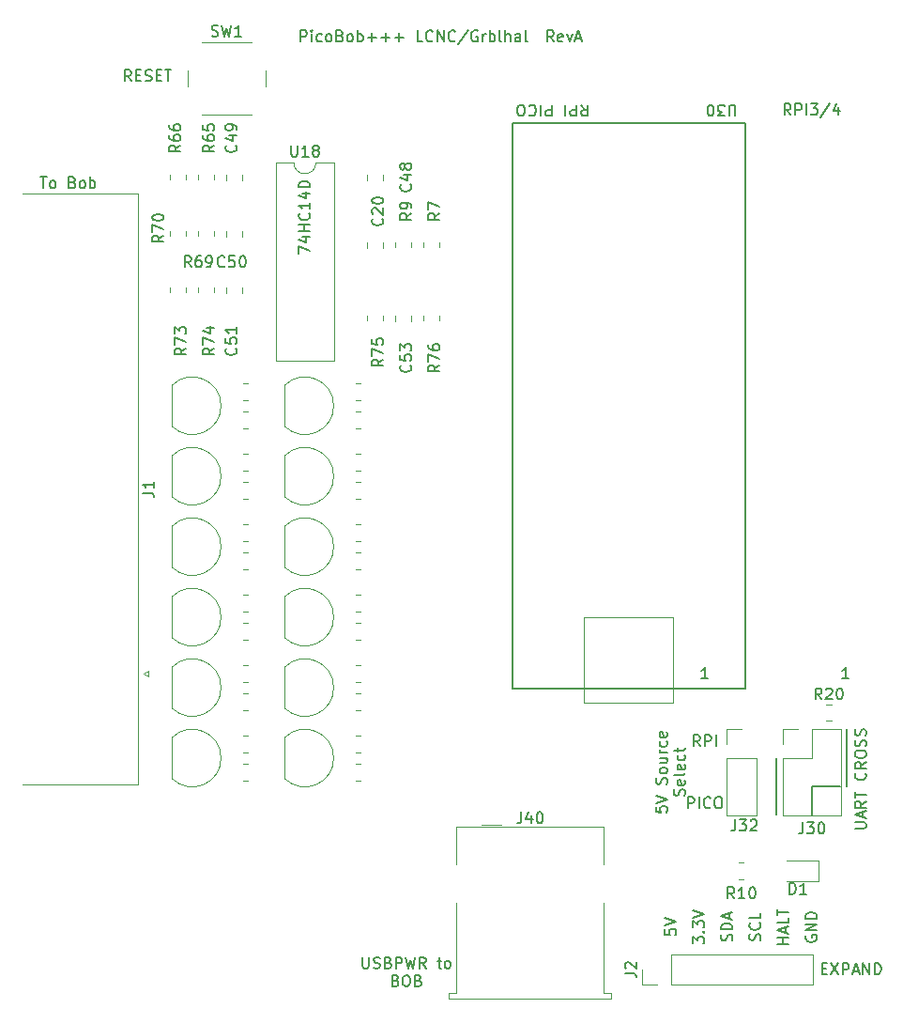
<source format=gbr>
%TF.GenerationSoftware,KiCad,Pcbnew,(6.0.7)*%
%TF.CreationDate,2022-10-09T19:07:04-07:00*%
%TF.ProjectId,PicoBOB,5069636f-424f-4422-9e6b-696361645f70,rev?*%
%TF.SameCoordinates,Original*%
%TF.FileFunction,Legend,Top*%
%TF.FilePolarity,Positive*%
%FSLAX46Y46*%
G04 Gerber Fmt 4.6, Leading zero omitted, Abs format (unit mm)*
G04 Created by KiCad (PCBNEW (6.0.7)) date 2022-10-09 19:07:04*
%MOMM*%
%LPD*%
G01*
G04 APERTURE LIST*
%ADD10C,0.150000*%
%ADD11C,0.120000*%
%ADD12C,0.200000*%
G04 APERTURE END LIST*
D10*
X128357380Y-171457380D02*
X129166904Y-171457380D01*
X129262142Y-171409761D01*
X129309761Y-171362142D01*
X129357380Y-171266904D01*
X129357380Y-171076428D01*
X129309761Y-170981190D01*
X129262142Y-170933571D01*
X129166904Y-170885952D01*
X128357380Y-170885952D01*
X129071666Y-170457380D02*
X129071666Y-169981190D01*
X129357380Y-170552619D02*
X128357380Y-170219285D01*
X129357380Y-169885952D01*
X129357380Y-168981190D02*
X128881190Y-169314523D01*
X129357380Y-169552619D02*
X128357380Y-169552619D01*
X128357380Y-169171666D01*
X128405000Y-169076428D01*
X128452619Y-169028809D01*
X128547857Y-168981190D01*
X128690714Y-168981190D01*
X128785952Y-169028809D01*
X128833571Y-169076428D01*
X128881190Y-169171666D01*
X128881190Y-169552619D01*
X128357380Y-168695476D02*
X128357380Y-168124047D01*
X129357380Y-168409761D02*
X128357380Y-168409761D01*
X129262142Y-166457380D02*
X129309761Y-166505000D01*
X129357380Y-166647857D01*
X129357380Y-166743095D01*
X129309761Y-166885952D01*
X129214523Y-166981190D01*
X129119285Y-167028809D01*
X128928809Y-167076428D01*
X128785952Y-167076428D01*
X128595476Y-167028809D01*
X128500238Y-166981190D01*
X128405000Y-166885952D01*
X128357380Y-166743095D01*
X128357380Y-166647857D01*
X128405000Y-166505000D01*
X128452619Y-166457380D01*
X129357380Y-165457380D02*
X128881190Y-165790714D01*
X129357380Y-166028809D02*
X128357380Y-166028809D01*
X128357380Y-165647857D01*
X128405000Y-165552619D01*
X128452619Y-165505000D01*
X128547857Y-165457380D01*
X128690714Y-165457380D01*
X128785952Y-165505000D01*
X128833571Y-165552619D01*
X128881190Y-165647857D01*
X128881190Y-166028809D01*
X128357380Y-164838333D02*
X128357380Y-164647857D01*
X128405000Y-164552619D01*
X128500238Y-164457380D01*
X128690714Y-164409761D01*
X129024047Y-164409761D01*
X129214523Y-164457380D01*
X129309761Y-164552619D01*
X129357380Y-164647857D01*
X129357380Y-164838333D01*
X129309761Y-164933571D01*
X129214523Y-165028809D01*
X129024047Y-165076428D01*
X128690714Y-165076428D01*
X128500238Y-165028809D01*
X128405000Y-164933571D01*
X128357380Y-164838333D01*
X129309761Y-164028809D02*
X129357380Y-163885952D01*
X129357380Y-163647857D01*
X129309761Y-163552619D01*
X129262142Y-163505000D01*
X129166904Y-163457380D01*
X129071666Y-163457380D01*
X128976428Y-163505000D01*
X128928809Y-163552619D01*
X128881190Y-163647857D01*
X128833571Y-163838333D01*
X128785952Y-163933571D01*
X128738333Y-163981190D01*
X128643095Y-164028809D01*
X128547857Y-164028809D01*
X128452619Y-163981190D01*
X128405000Y-163933571D01*
X128357380Y-163838333D01*
X128357380Y-163600238D01*
X128405000Y-163457380D01*
X129309761Y-163076428D02*
X129357380Y-162933571D01*
X129357380Y-162695476D01*
X129309761Y-162600238D01*
X129262142Y-162552619D01*
X129166904Y-162505000D01*
X129071666Y-162505000D01*
X128976428Y-162552619D01*
X128928809Y-162600238D01*
X128881190Y-162695476D01*
X128833571Y-162885952D01*
X128785952Y-162981190D01*
X128738333Y-163028809D01*
X128643095Y-163076428D01*
X128547857Y-163076428D01*
X128452619Y-163028809D01*
X128405000Y-162981190D01*
X128357380Y-162885952D01*
X128357380Y-162647857D01*
X128405000Y-162505000D01*
X127635000Y-162500000D02*
X127635000Y-167640000D01*
X124460000Y-167640000D02*
X127000000Y-167640000D01*
X121255000Y-165100000D02*
X121257878Y-170224803D01*
X124460000Y-167640000D02*
X124460000Y-170240000D01*
X101179428Y-100528380D02*
X100846095Y-100052190D01*
X100608000Y-100528380D02*
X100608000Y-99528380D01*
X100988952Y-99528380D01*
X101084190Y-99576000D01*
X101131809Y-99623619D01*
X101179428Y-99718857D01*
X101179428Y-99861714D01*
X101131809Y-99956952D01*
X101084190Y-100004571D01*
X100988952Y-100052190D01*
X100608000Y-100052190D01*
X101988952Y-100480761D02*
X101893714Y-100528380D01*
X101703238Y-100528380D01*
X101608000Y-100480761D01*
X101560380Y-100385523D01*
X101560380Y-100004571D01*
X101608000Y-99909333D01*
X101703238Y-99861714D01*
X101893714Y-99861714D01*
X101988952Y-99909333D01*
X102036571Y-100004571D01*
X102036571Y-100099809D01*
X101560380Y-100195047D01*
X102369904Y-99861714D02*
X102608000Y-100528380D01*
X102846095Y-99861714D01*
X103179428Y-100242666D02*
X103655619Y-100242666D01*
X103084190Y-100528380D02*
X103417523Y-99528380D01*
X103750857Y-100528380D01*
X78352380Y-100528380D02*
X78352380Y-99528380D01*
X78733333Y-99528380D01*
X78828571Y-99576000D01*
X78876190Y-99623619D01*
X78923809Y-99718857D01*
X78923809Y-99861714D01*
X78876190Y-99956952D01*
X78828571Y-100004571D01*
X78733333Y-100052190D01*
X78352380Y-100052190D01*
X79352380Y-100528380D02*
X79352380Y-99861714D01*
X79352380Y-99528380D02*
X79304761Y-99576000D01*
X79352380Y-99623619D01*
X79400000Y-99576000D01*
X79352380Y-99528380D01*
X79352380Y-99623619D01*
X80257142Y-100480761D02*
X80161904Y-100528380D01*
X79971428Y-100528380D01*
X79876190Y-100480761D01*
X79828571Y-100433142D01*
X79780952Y-100337904D01*
X79780952Y-100052190D01*
X79828571Y-99956952D01*
X79876190Y-99909333D01*
X79971428Y-99861714D01*
X80161904Y-99861714D01*
X80257142Y-99909333D01*
X80828571Y-100528380D02*
X80733333Y-100480761D01*
X80685714Y-100433142D01*
X80638095Y-100337904D01*
X80638095Y-100052190D01*
X80685714Y-99956952D01*
X80733333Y-99909333D01*
X80828571Y-99861714D01*
X80971428Y-99861714D01*
X81066666Y-99909333D01*
X81114285Y-99956952D01*
X81161904Y-100052190D01*
X81161904Y-100337904D01*
X81114285Y-100433142D01*
X81066666Y-100480761D01*
X80971428Y-100528380D01*
X80828571Y-100528380D01*
X81923809Y-100004571D02*
X82066666Y-100052190D01*
X82114285Y-100099809D01*
X82161904Y-100195047D01*
X82161904Y-100337904D01*
X82114285Y-100433142D01*
X82066666Y-100480761D01*
X81971428Y-100528380D01*
X81590476Y-100528380D01*
X81590476Y-99528380D01*
X81923809Y-99528380D01*
X82019047Y-99576000D01*
X82066666Y-99623619D01*
X82114285Y-99718857D01*
X82114285Y-99814095D01*
X82066666Y-99909333D01*
X82019047Y-99956952D01*
X81923809Y-100004571D01*
X81590476Y-100004571D01*
X82733333Y-100528380D02*
X82638095Y-100480761D01*
X82590476Y-100433142D01*
X82542857Y-100337904D01*
X82542857Y-100052190D01*
X82590476Y-99956952D01*
X82638095Y-99909333D01*
X82733333Y-99861714D01*
X82876190Y-99861714D01*
X82971428Y-99909333D01*
X83019047Y-99956952D01*
X83066666Y-100052190D01*
X83066666Y-100337904D01*
X83019047Y-100433142D01*
X82971428Y-100480761D01*
X82876190Y-100528380D01*
X82733333Y-100528380D01*
X83495238Y-100528380D02*
X83495238Y-99528380D01*
X83495238Y-99909333D02*
X83590476Y-99861714D01*
X83780952Y-99861714D01*
X83876190Y-99909333D01*
X83923809Y-99956952D01*
X83971428Y-100052190D01*
X83971428Y-100337904D01*
X83923809Y-100433142D01*
X83876190Y-100480761D01*
X83780952Y-100528380D01*
X83590476Y-100528380D01*
X83495238Y-100480761D01*
X84400000Y-100147428D02*
X85161904Y-100147428D01*
X84780952Y-100528380D02*
X84780952Y-99766476D01*
X85638095Y-100147428D02*
X86400000Y-100147428D01*
X86019047Y-100528380D02*
X86019047Y-99766476D01*
X86876190Y-100147428D02*
X87638095Y-100147428D01*
X87257142Y-100528380D02*
X87257142Y-99766476D01*
X89352380Y-100528380D02*
X88876190Y-100528380D01*
X88876190Y-99528380D01*
X90257142Y-100433142D02*
X90209523Y-100480761D01*
X90066666Y-100528380D01*
X89971428Y-100528380D01*
X89828571Y-100480761D01*
X89733333Y-100385523D01*
X89685714Y-100290285D01*
X89638095Y-100099809D01*
X89638095Y-99956952D01*
X89685714Y-99766476D01*
X89733333Y-99671238D01*
X89828571Y-99576000D01*
X89971428Y-99528380D01*
X90066666Y-99528380D01*
X90209523Y-99576000D01*
X90257142Y-99623619D01*
X90685714Y-100528380D02*
X90685714Y-99528380D01*
X91257142Y-100528380D01*
X91257142Y-99528380D01*
X92304761Y-100433142D02*
X92257142Y-100480761D01*
X92114285Y-100528380D01*
X92019047Y-100528380D01*
X91876190Y-100480761D01*
X91780952Y-100385523D01*
X91733333Y-100290285D01*
X91685714Y-100099809D01*
X91685714Y-99956952D01*
X91733333Y-99766476D01*
X91780952Y-99671238D01*
X91876190Y-99576000D01*
X92019047Y-99528380D01*
X92114285Y-99528380D01*
X92257142Y-99576000D01*
X92304761Y-99623619D01*
X93447619Y-99480761D02*
X92590476Y-100766476D01*
X94304761Y-99576000D02*
X94209523Y-99528380D01*
X94066666Y-99528380D01*
X93923809Y-99576000D01*
X93828571Y-99671238D01*
X93780952Y-99766476D01*
X93733333Y-99956952D01*
X93733333Y-100099809D01*
X93780952Y-100290285D01*
X93828571Y-100385523D01*
X93923809Y-100480761D01*
X94066666Y-100528380D01*
X94161904Y-100528380D01*
X94304761Y-100480761D01*
X94352380Y-100433142D01*
X94352380Y-100099809D01*
X94161904Y-100099809D01*
X94780952Y-100528380D02*
X94780952Y-99861714D01*
X94780952Y-100052190D02*
X94828571Y-99956952D01*
X94876190Y-99909333D01*
X94971428Y-99861714D01*
X95066666Y-99861714D01*
X95400000Y-100528380D02*
X95400000Y-99528380D01*
X95400000Y-99909333D02*
X95495238Y-99861714D01*
X95685714Y-99861714D01*
X95780952Y-99909333D01*
X95828571Y-99956952D01*
X95876190Y-100052190D01*
X95876190Y-100337904D01*
X95828571Y-100433142D01*
X95780952Y-100480761D01*
X95685714Y-100528380D01*
X95495238Y-100528380D01*
X95400000Y-100480761D01*
X96447619Y-100528380D02*
X96352380Y-100480761D01*
X96304761Y-100385523D01*
X96304761Y-99528380D01*
X96828571Y-100528380D02*
X96828571Y-99528380D01*
X97257142Y-100528380D02*
X97257142Y-100004571D01*
X97209523Y-99909333D01*
X97114285Y-99861714D01*
X96971428Y-99861714D01*
X96876190Y-99909333D01*
X96828571Y-99956952D01*
X98161904Y-100528380D02*
X98161904Y-100004571D01*
X98114285Y-99909333D01*
X98019047Y-99861714D01*
X97828571Y-99861714D01*
X97733333Y-99909333D01*
X98161904Y-100480761D02*
X98066666Y-100528380D01*
X97828571Y-100528380D01*
X97733333Y-100480761D01*
X97685714Y-100385523D01*
X97685714Y-100290285D01*
X97733333Y-100195047D01*
X97828571Y-100147428D01*
X98066666Y-100147428D01*
X98161904Y-100099809D01*
X98780952Y-100528380D02*
X98685714Y-100480761D01*
X98638095Y-100385523D01*
X98638095Y-99528380D01*
X54880190Y-112736380D02*
X55451619Y-112736380D01*
X55165904Y-113736380D02*
X55165904Y-112736380D01*
X55927809Y-113736380D02*
X55832571Y-113688761D01*
X55784952Y-113641142D01*
X55737333Y-113545904D01*
X55737333Y-113260190D01*
X55784952Y-113164952D01*
X55832571Y-113117333D01*
X55927809Y-113069714D01*
X56070666Y-113069714D01*
X56165904Y-113117333D01*
X56213523Y-113164952D01*
X56261142Y-113260190D01*
X56261142Y-113545904D01*
X56213523Y-113641142D01*
X56165904Y-113688761D01*
X56070666Y-113736380D01*
X55927809Y-113736380D01*
X57784952Y-113212571D02*
X57927809Y-113260190D01*
X57975428Y-113307809D01*
X58023047Y-113403047D01*
X58023047Y-113545904D01*
X57975428Y-113641142D01*
X57927809Y-113688761D01*
X57832571Y-113736380D01*
X57451619Y-113736380D01*
X57451619Y-112736380D01*
X57784952Y-112736380D01*
X57880190Y-112784000D01*
X57927809Y-112831619D01*
X57975428Y-112926857D01*
X57975428Y-113022095D01*
X57927809Y-113117333D01*
X57880190Y-113164952D01*
X57784952Y-113212571D01*
X57451619Y-113212571D01*
X58594476Y-113736380D02*
X58499238Y-113688761D01*
X58451619Y-113641142D01*
X58404000Y-113545904D01*
X58404000Y-113260190D01*
X58451619Y-113164952D01*
X58499238Y-113117333D01*
X58594476Y-113069714D01*
X58737333Y-113069714D01*
X58832571Y-113117333D01*
X58880190Y-113164952D01*
X58927809Y-113260190D01*
X58927809Y-113545904D01*
X58880190Y-113641142D01*
X58832571Y-113688761D01*
X58737333Y-113736380D01*
X58594476Y-113736380D01*
X59356380Y-113736380D02*
X59356380Y-112736380D01*
X59356380Y-113117333D02*
X59451619Y-113069714D01*
X59642095Y-113069714D01*
X59737333Y-113117333D01*
X59784952Y-113164952D01*
X59832571Y-113260190D01*
X59832571Y-113545904D01*
X59784952Y-113641142D01*
X59737333Y-113688761D01*
X59642095Y-113736380D01*
X59451619Y-113736380D01*
X59356380Y-113688761D01*
X78192380Y-119617714D02*
X78192380Y-118951047D01*
X79192380Y-119379619D01*
X78525714Y-118141523D02*
X79192380Y-118141523D01*
X78144761Y-118379619D02*
X78859047Y-118617714D01*
X78859047Y-117998666D01*
X79192380Y-117617714D02*
X78192380Y-117617714D01*
X78668571Y-117617714D02*
X78668571Y-117046285D01*
X79192380Y-117046285D02*
X78192380Y-117046285D01*
X79097142Y-115998666D02*
X79144761Y-116046285D01*
X79192380Y-116189142D01*
X79192380Y-116284380D01*
X79144761Y-116427238D01*
X79049523Y-116522476D01*
X78954285Y-116570095D01*
X78763809Y-116617714D01*
X78620952Y-116617714D01*
X78430476Y-116570095D01*
X78335238Y-116522476D01*
X78240000Y-116427238D01*
X78192380Y-116284380D01*
X78192380Y-116189142D01*
X78240000Y-116046285D01*
X78287619Y-115998666D01*
X79192380Y-115046285D02*
X79192380Y-115617714D01*
X79192380Y-115332000D02*
X78192380Y-115332000D01*
X78335238Y-115427238D01*
X78430476Y-115522476D01*
X78478095Y-115617714D01*
X78525714Y-114189142D02*
X79192380Y-114189142D01*
X78144761Y-114427238D02*
X78859047Y-114665333D01*
X78859047Y-114046285D01*
X79192380Y-113665333D02*
X78192380Y-113665333D01*
X78192380Y-113427238D01*
X78240000Y-113284380D01*
X78335238Y-113189142D01*
X78430476Y-113141523D01*
X78620952Y-113093904D01*
X78763809Y-113093904D01*
X78954285Y-113141523D01*
X79049523Y-113189142D01*
X79144761Y-113284380D01*
X79192380Y-113427238D01*
X79192380Y-113665333D01*
X103663428Y-106227619D02*
X103996761Y-106703809D01*
X104234857Y-106227619D02*
X104234857Y-107227619D01*
X103853904Y-107227619D01*
X103758666Y-107180000D01*
X103711047Y-107132380D01*
X103663428Y-107037142D01*
X103663428Y-106894285D01*
X103711047Y-106799047D01*
X103758666Y-106751428D01*
X103853904Y-106703809D01*
X104234857Y-106703809D01*
X103234857Y-106227619D02*
X103234857Y-107227619D01*
X102853904Y-107227619D01*
X102758666Y-107180000D01*
X102711047Y-107132380D01*
X102663428Y-107037142D01*
X102663428Y-106894285D01*
X102711047Y-106799047D01*
X102758666Y-106751428D01*
X102853904Y-106703809D01*
X103234857Y-106703809D01*
X102234857Y-106227619D02*
X102234857Y-107227619D01*
X100996761Y-106227619D02*
X100996761Y-107227619D01*
X100615809Y-107227619D01*
X100520571Y-107180000D01*
X100472952Y-107132380D01*
X100425333Y-107037142D01*
X100425333Y-106894285D01*
X100472952Y-106799047D01*
X100520571Y-106751428D01*
X100615809Y-106703809D01*
X100996761Y-106703809D01*
X99996761Y-106227619D02*
X99996761Y-107227619D01*
X98949142Y-106322857D02*
X98996761Y-106275238D01*
X99139619Y-106227619D01*
X99234857Y-106227619D01*
X99377714Y-106275238D01*
X99472952Y-106370476D01*
X99520571Y-106465714D01*
X99568190Y-106656190D01*
X99568190Y-106799047D01*
X99520571Y-106989523D01*
X99472952Y-107084761D01*
X99377714Y-107180000D01*
X99234857Y-107227619D01*
X99139619Y-107227619D01*
X98996761Y-107180000D01*
X98949142Y-107132380D01*
X98330095Y-107227619D02*
X98139619Y-107227619D01*
X98044380Y-107180000D01*
X97949142Y-107084761D01*
X97901523Y-106894285D01*
X97901523Y-106560952D01*
X97949142Y-106370476D01*
X98044380Y-106275238D01*
X98139619Y-106227619D01*
X98330095Y-106227619D01*
X98425333Y-106275238D01*
X98520571Y-106370476D01*
X98568190Y-106560952D01*
X98568190Y-106894285D01*
X98520571Y-107084761D01*
X98425333Y-107180000D01*
X98330095Y-107227619D01*
X122555238Y-107132380D02*
X122221904Y-106656190D01*
X121983809Y-107132380D02*
X121983809Y-106132380D01*
X122364761Y-106132380D01*
X122460000Y-106180000D01*
X122507619Y-106227619D01*
X122555238Y-106322857D01*
X122555238Y-106465714D01*
X122507619Y-106560952D01*
X122460000Y-106608571D01*
X122364761Y-106656190D01*
X121983809Y-106656190D01*
X122983809Y-107132380D02*
X122983809Y-106132380D01*
X123364761Y-106132380D01*
X123460000Y-106180000D01*
X123507619Y-106227619D01*
X123555238Y-106322857D01*
X123555238Y-106465714D01*
X123507619Y-106560952D01*
X123460000Y-106608571D01*
X123364761Y-106656190D01*
X122983809Y-106656190D01*
X123983809Y-107132380D02*
X123983809Y-106132380D01*
X124364761Y-106132380D02*
X124983809Y-106132380D01*
X124650476Y-106513333D01*
X124793333Y-106513333D01*
X124888571Y-106560952D01*
X124936190Y-106608571D01*
X124983809Y-106703809D01*
X124983809Y-106941904D01*
X124936190Y-107037142D01*
X124888571Y-107084761D01*
X124793333Y-107132380D01*
X124507619Y-107132380D01*
X124412380Y-107084761D01*
X124364761Y-107037142D01*
X126126666Y-106084761D02*
X125269523Y-107370476D01*
X126888571Y-106465714D02*
X126888571Y-107132380D01*
X126650476Y-106084761D02*
X126412380Y-106799047D01*
X127031428Y-106799047D01*
X127793714Y-157932380D02*
X127222285Y-157932380D01*
X127508000Y-157932380D02*
X127508000Y-156932380D01*
X127412761Y-157075238D01*
X127317523Y-157170476D01*
X127222285Y-157218095D01*
X115093714Y-157932380D02*
X114522285Y-157932380D01*
X114808000Y-157932380D02*
X114808000Y-156932380D01*
X114712761Y-157075238D01*
X114617523Y-157170476D01*
X114522285Y-157218095D01*
X63063619Y-104084380D02*
X62730285Y-103608190D01*
X62492190Y-104084380D02*
X62492190Y-103084380D01*
X62873142Y-103084380D01*
X62968380Y-103132000D01*
X63016000Y-103179619D01*
X63063619Y-103274857D01*
X63063619Y-103417714D01*
X63016000Y-103512952D01*
X62968380Y-103560571D01*
X62873142Y-103608190D01*
X62492190Y-103608190D01*
X63492190Y-103560571D02*
X63825523Y-103560571D01*
X63968380Y-104084380D02*
X63492190Y-104084380D01*
X63492190Y-103084380D01*
X63968380Y-103084380D01*
X64349333Y-104036761D02*
X64492190Y-104084380D01*
X64730285Y-104084380D01*
X64825523Y-104036761D01*
X64873142Y-103989142D01*
X64920761Y-103893904D01*
X64920761Y-103798666D01*
X64873142Y-103703428D01*
X64825523Y-103655809D01*
X64730285Y-103608190D01*
X64539809Y-103560571D01*
X64444571Y-103512952D01*
X64396952Y-103465333D01*
X64349333Y-103370095D01*
X64349333Y-103274857D01*
X64396952Y-103179619D01*
X64444571Y-103132000D01*
X64539809Y-103084380D01*
X64777904Y-103084380D01*
X64920761Y-103132000D01*
X65349333Y-103560571D02*
X65682666Y-103560571D01*
X65825523Y-104084380D02*
X65349333Y-104084380D01*
X65349333Y-103084380D01*
X65825523Y-103084380D01*
X66111238Y-103084380D02*
X66682666Y-103084380D01*
X66396952Y-104084380D02*
X66396952Y-103084380D01*
X110407380Y-169489047D02*
X110407380Y-169965238D01*
X110883571Y-170012857D01*
X110835952Y-169965238D01*
X110788333Y-169870000D01*
X110788333Y-169631904D01*
X110835952Y-169536666D01*
X110883571Y-169489047D01*
X110978809Y-169441428D01*
X111216904Y-169441428D01*
X111312142Y-169489047D01*
X111359761Y-169536666D01*
X111407380Y-169631904D01*
X111407380Y-169870000D01*
X111359761Y-169965238D01*
X111312142Y-170012857D01*
X110407380Y-169155714D02*
X111407380Y-168822380D01*
X110407380Y-168489047D01*
X111359761Y-167441428D02*
X111407380Y-167298571D01*
X111407380Y-167060476D01*
X111359761Y-166965238D01*
X111312142Y-166917619D01*
X111216904Y-166870000D01*
X111121666Y-166870000D01*
X111026428Y-166917619D01*
X110978809Y-166965238D01*
X110931190Y-167060476D01*
X110883571Y-167250952D01*
X110835952Y-167346190D01*
X110788333Y-167393809D01*
X110693095Y-167441428D01*
X110597857Y-167441428D01*
X110502619Y-167393809D01*
X110455000Y-167346190D01*
X110407380Y-167250952D01*
X110407380Y-167012857D01*
X110455000Y-166870000D01*
X111407380Y-166298571D02*
X111359761Y-166393809D01*
X111312142Y-166441428D01*
X111216904Y-166489047D01*
X110931190Y-166489047D01*
X110835952Y-166441428D01*
X110788333Y-166393809D01*
X110740714Y-166298571D01*
X110740714Y-166155714D01*
X110788333Y-166060476D01*
X110835952Y-166012857D01*
X110931190Y-165965238D01*
X111216904Y-165965238D01*
X111312142Y-166012857D01*
X111359761Y-166060476D01*
X111407380Y-166155714D01*
X111407380Y-166298571D01*
X110740714Y-165108095D02*
X111407380Y-165108095D01*
X110740714Y-165536666D02*
X111264523Y-165536666D01*
X111359761Y-165489047D01*
X111407380Y-165393809D01*
X111407380Y-165250952D01*
X111359761Y-165155714D01*
X111312142Y-165108095D01*
X111407380Y-164631904D02*
X110740714Y-164631904D01*
X110931190Y-164631904D02*
X110835952Y-164584285D01*
X110788333Y-164536666D01*
X110740714Y-164441428D01*
X110740714Y-164346190D01*
X111359761Y-163584285D02*
X111407380Y-163679523D01*
X111407380Y-163870000D01*
X111359761Y-163965238D01*
X111312142Y-164012857D01*
X111216904Y-164060476D01*
X110931190Y-164060476D01*
X110835952Y-164012857D01*
X110788333Y-163965238D01*
X110740714Y-163870000D01*
X110740714Y-163679523D01*
X110788333Y-163584285D01*
X111359761Y-162774761D02*
X111407380Y-162870000D01*
X111407380Y-163060476D01*
X111359761Y-163155714D01*
X111264523Y-163203333D01*
X110883571Y-163203333D01*
X110788333Y-163155714D01*
X110740714Y-163060476D01*
X110740714Y-162870000D01*
X110788333Y-162774761D01*
X110883571Y-162727142D01*
X110978809Y-162727142D01*
X111074047Y-163203333D01*
X112969761Y-168489047D02*
X113017380Y-168346190D01*
X113017380Y-168108095D01*
X112969761Y-168012857D01*
X112922142Y-167965238D01*
X112826904Y-167917619D01*
X112731666Y-167917619D01*
X112636428Y-167965238D01*
X112588809Y-168012857D01*
X112541190Y-168108095D01*
X112493571Y-168298571D01*
X112445952Y-168393809D01*
X112398333Y-168441428D01*
X112303095Y-168489047D01*
X112207857Y-168489047D01*
X112112619Y-168441428D01*
X112065000Y-168393809D01*
X112017380Y-168298571D01*
X112017380Y-168060476D01*
X112065000Y-167917619D01*
X112969761Y-167108095D02*
X113017380Y-167203333D01*
X113017380Y-167393809D01*
X112969761Y-167489047D01*
X112874523Y-167536666D01*
X112493571Y-167536666D01*
X112398333Y-167489047D01*
X112350714Y-167393809D01*
X112350714Y-167203333D01*
X112398333Y-167108095D01*
X112493571Y-167060476D01*
X112588809Y-167060476D01*
X112684047Y-167536666D01*
X113017380Y-166489047D02*
X112969761Y-166584285D01*
X112874523Y-166631904D01*
X112017380Y-166631904D01*
X112969761Y-165727142D02*
X113017380Y-165822380D01*
X113017380Y-166012857D01*
X112969761Y-166108095D01*
X112874523Y-166155714D01*
X112493571Y-166155714D01*
X112398333Y-166108095D01*
X112350714Y-166012857D01*
X112350714Y-165822380D01*
X112398333Y-165727142D01*
X112493571Y-165679523D01*
X112588809Y-165679523D01*
X112684047Y-166155714D01*
X112969761Y-164822380D02*
X113017380Y-164917619D01*
X113017380Y-165108095D01*
X112969761Y-165203333D01*
X112922142Y-165250952D01*
X112826904Y-165298571D01*
X112541190Y-165298571D01*
X112445952Y-165250952D01*
X112398333Y-165203333D01*
X112350714Y-165108095D01*
X112350714Y-164917619D01*
X112398333Y-164822380D01*
X112350714Y-164536666D02*
X112350714Y-164155714D01*
X112017380Y-164393809D02*
X112874523Y-164393809D01*
X112969761Y-164346190D01*
X113017380Y-164250952D01*
X113017380Y-164155714D01*
X114379428Y-164028380D02*
X114046095Y-163552190D01*
X113808000Y-164028380D02*
X113808000Y-163028380D01*
X114188952Y-163028380D01*
X114284190Y-163076000D01*
X114331809Y-163123619D01*
X114379428Y-163218857D01*
X114379428Y-163361714D01*
X114331809Y-163456952D01*
X114284190Y-163504571D01*
X114188952Y-163552190D01*
X113808000Y-163552190D01*
X114808000Y-164028380D02*
X114808000Y-163028380D01*
X115188952Y-163028380D01*
X115284190Y-163076000D01*
X115331809Y-163123619D01*
X115379428Y-163218857D01*
X115379428Y-163361714D01*
X115331809Y-163456952D01*
X115284190Y-163504571D01*
X115188952Y-163552190D01*
X114808000Y-163552190D01*
X115808000Y-164028380D02*
X115808000Y-163028380D01*
X113284190Y-169616380D02*
X113284190Y-168616380D01*
X113665142Y-168616380D01*
X113760380Y-168664000D01*
X113808000Y-168711619D01*
X113855619Y-168806857D01*
X113855619Y-168949714D01*
X113808000Y-169044952D01*
X113760380Y-169092571D01*
X113665142Y-169140190D01*
X113284190Y-169140190D01*
X114284190Y-169616380D02*
X114284190Y-168616380D01*
X115331809Y-169521142D02*
X115284190Y-169568761D01*
X115141333Y-169616380D01*
X115046095Y-169616380D01*
X114903238Y-169568761D01*
X114808000Y-169473523D01*
X114760380Y-169378285D01*
X114712761Y-169187809D01*
X114712761Y-169044952D01*
X114760380Y-168854476D01*
X114808000Y-168759238D01*
X114903238Y-168664000D01*
X115046095Y-168616380D01*
X115141333Y-168616380D01*
X115284190Y-168664000D01*
X115331809Y-168711619D01*
X115950857Y-168616380D02*
X116141333Y-168616380D01*
X116236571Y-168664000D01*
X116331809Y-168759238D01*
X116379428Y-168949714D01*
X116379428Y-169283047D01*
X116331809Y-169473523D01*
X116236571Y-169568761D01*
X116141333Y-169616380D01*
X115950857Y-169616380D01*
X115855619Y-169568761D01*
X115760380Y-169473523D01*
X115712761Y-169283047D01*
X115712761Y-168949714D01*
X115760380Y-168759238D01*
X115855619Y-168664000D01*
X115950857Y-168616380D01*
X125373142Y-184078571D02*
X125706476Y-184078571D01*
X125849333Y-184602380D02*
X125373142Y-184602380D01*
X125373142Y-183602380D01*
X125849333Y-183602380D01*
X126182666Y-183602380D02*
X126849333Y-184602380D01*
X126849333Y-183602380D02*
X126182666Y-184602380D01*
X127230285Y-184602380D02*
X127230285Y-183602380D01*
X127611238Y-183602380D01*
X127706476Y-183650000D01*
X127754095Y-183697619D01*
X127801714Y-183792857D01*
X127801714Y-183935714D01*
X127754095Y-184030952D01*
X127706476Y-184078571D01*
X127611238Y-184126190D01*
X127230285Y-184126190D01*
X128182666Y-184316666D02*
X128658857Y-184316666D01*
X128087428Y-184602380D02*
X128420761Y-183602380D01*
X128754095Y-184602380D01*
X129087428Y-184602380D02*
X129087428Y-183602380D01*
X129658857Y-184602380D01*
X129658857Y-183602380D01*
X130135047Y-184602380D02*
X130135047Y-183602380D01*
X130373142Y-183602380D01*
X130516000Y-183650000D01*
X130611238Y-183745238D01*
X130658857Y-183840476D01*
X130706476Y-184030952D01*
X130706476Y-184173809D01*
X130658857Y-184364285D01*
X130611238Y-184459523D01*
X130516000Y-184554761D01*
X130373142Y-184602380D01*
X130135047Y-184602380D01*
X83931619Y-183051380D02*
X83931619Y-183860904D01*
X83979238Y-183956142D01*
X84026857Y-184003761D01*
X84122095Y-184051380D01*
X84312571Y-184051380D01*
X84407809Y-184003761D01*
X84455428Y-183956142D01*
X84503047Y-183860904D01*
X84503047Y-183051380D01*
X84931619Y-184003761D02*
X85074476Y-184051380D01*
X85312571Y-184051380D01*
X85407809Y-184003761D01*
X85455428Y-183956142D01*
X85503047Y-183860904D01*
X85503047Y-183765666D01*
X85455428Y-183670428D01*
X85407809Y-183622809D01*
X85312571Y-183575190D01*
X85122095Y-183527571D01*
X85026857Y-183479952D01*
X84979238Y-183432333D01*
X84931619Y-183337095D01*
X84931619Y-183241857D01*
X84979238Y-183146619D01*
X85026857Y-183099000D01*
X85122095Y-183051380D01*
X85360190Y-183051380D01*
X85503047Y-183099000D01*
X86264952Y-183527571D02*
X86407809Y-183575190D01*
X86455428Y-183622809D01*
X86503047Y-183718047D01*
X86503047Y-183860904D01*
X86455428Y-183956142D01*
X86407809Y-184003761D01*
X86312571Y-184051380D01*
X85931619Y-184051380D01*
X85931619Y-183051380D01*
X86264952Y-183051380D01*
X86360190Y-183099000D01*
X86407809Y-183146619D01*
X86455428Y-183241857D01*
X86455428Y-183337095D01*
X86407809Y-183432333D01*
X86360190Y-183479952D01*
X86264952Y-183527571D01*
X85931619Y-183527571D01*
X86931619Y-184051380D02*
X86931619Y-183051380D01*
X87312571Y-183051380D01*
X87407809Y-183099000D01*
X87455428Y-183146619D01*
X87503047Y-183241857D01*
X87503047Y-183384714D01*
X87455428Y-183479952D01*
X87407809Y-183527571D01*
X87312571Y-183575190D01*
X86931619Y-183575190D01*
X87836380Y-183051380D02*
X88074476Y-184051380D01*
X88264952Y-183337095D01*
X88455428Y-184051380D01*
X88693523Y-183051380D01*
X89645904Y-184051380D02*
X89312571Y-183575190D01*
X89074476Y-184051380D02*
X89074476Y-183051380D01*
X89455428Y-183051380D01*
X89550666Y-183099000D01*
X89598285Y-183146619D01*
X89645904Y-183241857D01*
X89645904Y-183384714D01*
X89598285Y-183479952D01*
X89550666Y-183527571D01*
X89455428Y-183575190D01*
X89074476Y-183575190D01*
X90693523Y-183384714D02*
X91074476Y-183384714D01*
X90836380Y-183051380D02*
X90836380Y-183908523D01*
X90884000Y-184003761D01*
X90979238Y-184051380D01*
X91074476Y-184051380D01*
X91550666Y-184051380D02*
X91455428Y-184003761D01*
X91407809Y-183956142D01*
X91360190Y-183860904D01*
X91360190Y-183575190D01*
X91407809Y-183479952D01*
X91455428Y-183432333D01*
X91550666Y-183384714D01*
X91693523Y-183384714D01*
X91788761Y-183432333D01*
X91836380Y-183479952D01*
X91884000Y-183575190D01*
X91884000Y-183860904D01*
X91836380Y-183956142D01*
X91788761Y-184003761D01*
X91693523Y-184051380D01*
X91550666Y-184051380D01*
X86931619Y-185137571D02*
X87074476Y-185185190D01*
X87122095Y-185232809D01*
X87169714Y-185328047D01*
X87169714Y-185470904D01*
X87122095Y-185566142D01*
X87074476Y-185613761D01*
X86979238Y-185661380D01*
X86598285Y-185661380D01*
X86598285Y-184661380D01*
X86931619Y-184661380D01*
X87026857Y-184709000D01*
X87074476Y-184756619D01*
X87122095Y-184851857D01*
X87122095Y-184947095D01*
X87074476Y-185042333D01*
X87026857Y-185089952D01*
X86931619Y-185137571D01*
X86598285Y-185137571D01*
X87788761Y-184661380D02*
X87979238Y-184661380D01*
X88074476Y-184709000D01*
X88169714Y-184804238D01*
X88217333Y-184994714D01*
X88217333Y-185328047D01*
X88169714Y-185518523D01*
X88074476Y-185613761D01*
X87979238Y-185661380D01*
X87788761Y-185661380D01*
X87693523Y-185613761D01*
X87598285Y-185518523D01*
X87550666Y-185328047D01*
X87550666Y-184994714D01*
X87598285Y-184804238D01*
X87693523Y-184709000D01*
X87788761Y-184661380D01*
X88979238Y-185137571D02*
X89122095Y-185185190D01*
X89169714Y-185232809D01*
X89217333Y-185328047D01*
X89217333Y-185470904D01*
X89169714Y-185566142D01*
X89122095Y-185613761D01*
X89026857Y-185661380D01*
X88645904Y-185661380D01*
X88645904Y-184661380D01*
X88979238Y-184661380D01*
X89074476Y-184709000D01*
X89122095Y-184756619D01*
X89169714Y-184851857D01*
X89169714Y-184947095D01*
X89122095Y-185042333D01*
X89074476Y-185089952D01*
X88979238Y-185137571D01*
X88645904Y-185137571D01*
X113752380Y-181816190D02*
X113752380Y-181197142D01*
X114133333Y-181530476D01*
X114133333Y-181387619D01*
X114180952Y-181292380D01*
X114228571Y-181244761D01*
X114323809Y-181197142D01*
X114561904Y-181197142D01*
X114657142Y-181244761D01*
X114704761Y-181292380D01*
X114752380Y-181387619D01*
X114752380Y-181673333D01*
X114704761Y-181768571D01*
X114657142Y-181816190D01*
X114657142Y-180768571D02*
X114704761Y-180720952D01*
X114752380Y-180768571D01*
X114704761Y-180816190D01*
X114657142Y-180768571D01*
X114752380Y-180768571D01*
X113752380Y-180387619D02*
X113752380Y-179768571D01*
X114133333Y-180101904D01*
X114133333Y-179959047D01*
X114180952Y-179863809D01*
X114228571Y-179816190D01*
X114323809Y-179768571D01*
X114561904Y-179768571D01*
X114657142Y-179816190D01*
X114704761Y-179863809D01*
X114752380Y-179959047D01*
X114752380Y-180244761D01*
X114704761Y-180340000D01*
X114657142Y-180387619D01*
X113752380Y-179482857D02*
X114752380Y-179149523D01*
X113752380Y-178816190D01*
X119784761Y-181530476D02*
X119832380Y-181387619D01*
X119832380Y-181149523D01*
X119784761Y-181054285D01*
X119737142Y-181006666D01*
X119641904Y-180959047D01*
X119546666Y-180959047D01*
X119451428Y-181006666D01*
X119403809Y-181054285D01*
X119356190Y-181149523D01*
X119308571Y-181340000D01*
X119260952Y-181435238D01*
X119213333Y-181482857D01*
X119118095Y-181530476D01*
X119022857Y-181530476D01*
X118927619Y-181482857D01*
X118880000Y-181435238D01*
X118832380Y-181340000D01*
X118832380Y-181101904D01*
X118880000Y-180959047D01*
X119737142Y-179959047D02*
X119784761Y-180006666D01*
X119832380Y-180149523D01*
X119832380Y-180244761D01*
X119784761Y-180387619D01*
X119689523Y-180482857D01*
X119594285Y-180530476D01*
X119403809Y-180578095D01*
X119260952Y-180578095D01*
X119070476Y-180530476D01*
X118975238Y-180482857D01*
X118880000Y-180387619D01*
X118832380Y-180244761D01*
X118832380Y-180149523D01*
X118880000Y-180006666D01*
X118927619Y-179959047D01*
X119832380Y-179054285D02*
X119832380Y-179530476D01*
X118832380Y-179530476D01*
X111212380Y-180530476D02*
X111212380Y-181006666D01*
X111688571Y-181054285D01*
X111640952Y-181006666D01*
X111593333Y-180911428D01*
X111593333Y-180673333D01*
X111640952Y-180578095D01*
X111688571Y-180530476D01*
X111783809Y-180482857D01*
X112021904Y-180482857D01*
X112117142Y-180530476D01*
X112164761Y-180578095D01*
X112212380Y-180673333D01*
X112212380Y-180911428D01*
X112164761Y-181006666D01*
X112117142Y-181054285D01*
X111212380Y-180197142D02*
X112212380Y-179863809D01*
X111212380Y-179530476D01*
X117244761Y-181554285D02*
X117292380Y-181411428D01*
X117292380Y-181173333D01*
X117244761Y-181078095D01*
X117197142Y-181030476D01*
X117101904Y-180982857D01*
X117006666Y-180982857D01*
X116911428Y-181030476D01*
X116863809Y-181078095D01*
X116816190Y-181173333D01*
X116768571Y-181363809D01*
X116720952Y-181459047D01*
X116673333Y-181506666D01*
X116578095Y-181554285D01*
X116482857Y-181554285D01*
X116387619Y-181506666D01*
X116340000Y-181459047D01*
X116292380Y-181363809D01*
X116292380Y-181125714D01*
X116340000Y-180982857D01*
X117292380Y-180554285D02*
X116292380Y-180554285D01*
X116292380Y-180316190D01*
X116340000Y-180173333D01*
X116435238Y-180078095D01*
X116530476Y-180030476D01*
X116720952Y-179982857D01*
X116863809Y-179982857D01*
X117054285Y-180030476D01*
X117149523Y-180078095D01*
X117244761Y-180173333D01*
X117292380Y-180316190D01*
X117292380Y-180554285D01*
X117006666Y-179601904D02*
X117006666Y-179125714D01*
X117292380Y-179697142D02*
X116292380Y-179363809D01*
X117292380Y-179030476D01*
X123960000Y-181101904D02*
X123912380Y-181197142D01*
X123912380Y-181340000D01*
X123960000Y-181482857D01*
X124055238Y-181578095D01*
X124150476Y-181625714D01*
X124340952Y-181673333D01*
X124483809Y-181673333D01*
X124674285Y-181625714D01*
X124769523Y-181578095D01*
X124864761Y-181482857D01*
X124912380Y-181340000D01*
X124912380Y-181244761D01*
X124864761Y-181101904D01*
X124817142Y-181054285D01*
X124483809Y-181054285D01*
X124483809Y-181244761D01*
X124912380Y-180625714D02*
X123912380Y-180625714D01*
X124912380Y-180054285D01*
X123912380Y-180054285D01*
X124912380Y-179578095D02*
X123912380Y-179578095D01*
X123912380Y-179340000D01*
X123960000Y-179197142D01*
X124055238Y-179101904D01*
X124150476Y-179054285D01*
X124340952Y-179006666D01*
X124483809Y-179006666D01*
X124674285Y-179054285D01*
X124769523Y-179101904D01*
X124864761Y-179197142D01*
X124912380Y-179340000D01*
X124912380Y-179578095D01*
X122372380Y-181840000D02*
X121372380Y-181840000D01*
X121848571Y-181840000D02*
X121848571Y-181268571D01*
X122372380Y-181268571D02*
X121372380Y-181268571D01*
X122086666Y-180840000D02*
X122086666Y-180363809D01*
X122372380Y-180935238D02*
X121372380Y-180601904D01*
X122372380Y-180268571D01*
X122372380Y-179459047D02*
X122372380Y-179935238D01*
X121372380Y-179935238D01*
X121372380Y-179268571D02*
X121372380Y-178697142D01*
X122372380Y-178982857D02*
X121372380Y-178982857D01*
%TO.C,R7*%
X90876380Y-115990666D02*
X90400190Y-116324000D01*
X90876380Y-116562095D02*
X89876380Y-116562095D01*
X89876380Y-116181142D01*
X89924000Y-116085904D01*
X89971619Y-116038285D01*
X90066857Y-115990666D01*
X90209714Y-115990666D01*
X90304952Y-116038285D01*
X90352571Y-116085904D01*
X90400190Y-116181142D01*
X90400190Y-116562095D01*
X89876380Y-115657333D02*
X89876380Y-114990666D01*
X90876380Y-115419238D01*
%TO.C,R70*%
X65984380Y-117990857D02*
X65508190Y-118324190D01*
X65984380Y-118562285D02*
X64984380Y-118562285D01*
X64984380Y-118181333D01*
X65032000Y-118086095D01*
X65079619Y-118038476D01*
X65174857Y-117990857D01*
X65317714Y-117990857D01*
X65412952Y-118038476D01*
X65460571Y-118086095D01*
X65508190Y-118181333D01*
X65508190Y-118562285D01*
X64984380Y-117657523D02*
X64984380Y-116990857D01*
X65984380Y-117419428D01*
X64984380Y-116419428D02*
X64984380Y-116324190D01*
X65032000Y-116228952D01*
X65079619Y-116181333D01*
X65174857Y-116133714D01*
X65365333Y-116086095D01*
X65603428Y-116086095D01*
X65793904Y-116133714D01*
X65889142Y-116181333D01*
X65936761Y-116228952D01*
X65984380Y-116324190D01*
X65984380Y-116419428D01*
X65936761Y-116514666D01*
X65889142Y-116562285D01*
X65793904Y-116609904D01*
X65603428Y-116657523D01*
X65365333Y-116657523D01*
X65174857Y-116609904D01*
X65079619Y-116562285D01*
X65032000Y-116514666D01*
X64984380Y-116419428D01*
%TO.C,R65*%
X70556380Y-109862857D02*
X70080190Y-110196190D01*
X70556380Y-110434285D02*
X69556380Y-110434285D01*
X69556380Y-110053333D01*
X69604000Y-109958095D01*
X69651619Y-109910476D01*
X69746857Y-109862857D01*
X69889714Y-109862857D01*
X69984952Y-109910476D01*
X70032571Y-109958095D01*
X70080190Y-110053333D01*
X70080190Y-110434285D01*
X69556380Y-109005714D02*
X69556380Y-109196190D01*
X69604000Y-109291428D01*
X69651619Y-109339047D01*
X69794476Y-109434285D01*
X69984952Y-109481904D01*
X70365904Y-109481904D01*
X70461142Y-109434285D01*
X70508761Y-109386666D01*
X70556380Y-109291428D01*
X70556380Y-109100952D01*
X70508761Y-109005714D01*
X70461142Y-108958095D01*
X70365904Y-108910476D01*
X70127809Y-108910476D01*
X70032571Y-108958095D01*
X69984952Y-109005714D01*
X69937333Y-109100952D01*
X69937333Y-109291428D01*
X69984952Y-109386666D01*
X70032571Y-109434285D01*
X70127809Y-109481904D01*
X69556380Y-108005714D02*
X69556380Y-108481904D01*
X70032571Y-108529523D01*
X69984952Y-108481904D01*
X69937333Y-108386666D01*
X69937333Y-108148571D01*
X69984952Y-108053333D01*
X70032571Y-108005714D01*
X70127809Y-107958095D01*
X70365904Y-107958095D01*
X70461142Y-108005714D01*
X70508761Y-108053333D01*
X70556380Y-108148571D01*
X70556380Y-108386666D01*
X70508761Y-108481904D01*
X70461142Y-108529523D01*
%TO.C,C50*%
X71493142Y-120753142D02*
X71445523Y-120800761D01*
X71302666Y-120848380D01*
X71207428Y-120848380D01*
X71064571Y-120800761D01*
X70969333Y-120705523D01*
X70921714Y-120610285D01*
X70874095Y-120419809D01*
X70874095Y-120276952D01*
X70921714Y-120086476D01*
X70969333Y-119991238D01*
X71064571Y-119896000D01*
X71207428Y-119848380D01*
X71302666Y-119848380D01*
X71445523Y-119896000D01*
X71493142Y-119943619D01*
X72397904Y-119848380D02*
X71921714Y-119848380D01*
X71874095Y-120324571D01*
X71921714Y-120276952D01*
X72016952Y-120229333D01*
X72255047Y-120229333D01*
X72350285Y-120276952D01*
X72397904Y-120324571D01*
X72445523Y-120419809D01*
X72445523Y-120657904D01*
X72397904Y-120753142D01*
X72350285Y-120800761D01*
X72255047Y-120848380D01*
X72016952Y-120848380D01*
X71921714Y-120800761D01*
X71874095Y-120753142D01*
X73064571Y-119848380D02*
X73159809Y-119848380D01*
X73255047Y-119896000D01*
X73302666Y-119943619D01*
X73350285Y-120038857D01*
X73397904Y-120229333D01*
X73397904Y-120467428D01*
X73350285Y-120657904D01*
X73302666Y-120753142D01*
X73255047Y-120800761D01*
X73159809Y-120848380D01*
X73064571Y-120848380D01*
X72969333Y-120800761D01*
X72921714Y-120753142D01*
X72874095Y-120657904D01*
X72826476Y-120467428D01*
X72826476Y-120229333D01*
X72874095Y-120038857D01*
X72921714Y-119943619D01*
X72969333Y-119896000D01*
X73064571Y-119848380D01*
%TO.C,R74*%
X70556380Y-128150857D02*
X70080190Y-128484190D01*
X70556380Y-128722285D02*
X69556380Y-128722285D01*
X69556380Y-128341333D01*
X69604000Y-128246095D01*
X69651619Y-128198476D01*
X69746857Y-128150857D01*
X69889714Y-128150857D01*
X69984952Y-128198476D01*
X70032571Y-128246095D01*
X70080190Y-128341333D01*
X70080190Y-128722285D01*
X69556380Y-127817523D02*
X69556380Y-127150857D01*
X70556380Y-127579428D01*
X69889714Y-126341333D02*
X70556380Y-126341333D01*
X69508761Y-126579428D02*
X70223047Y-126817523D01*
X70223047Y-126198476D01*
%TO.C,C53*%
X88241142Y-129674857D02*
X88288761Y-129722476D01*
X88336380Y-129865333D01*
X88336380Y-129960571D01*
X88288761Y-130103428D01*
X88193523Y-130198666D01*
X88098285Y-130246285D01*
X87907809Y-130293904D01*
X87764952Y-130293904D01*
X87574476Y-130246285D01*
X87479238Y-130198666D01*
X87384000Y-130103428D01*
X87336380Y-129960571D01*
X87336380Y-129865333D01*
X87384000Y-129722476D01*
X87431619Y-129674857D01*
X87336380Y-128770095D02*
X87336380Y-129246285D01*
X87812571Y-129293904D01*
X87764952Y-129246285D01*
X87717333Y-129151047D01*
X87717333Y-128912952D01*
X87764952Y-128817714D01*
X87812571Y-128770095D01*
X87907809Y-128722476D01*
X88145904Y-128722476D01*
X88241142Y-128770095D01*
X88288761Y-128817714D01*
X88336380Y-128912952D01*
X88336380Y-129151047D01*
X88288761Y-129246285D01*
X88241142Y-129293904D01*
X87336380Y-128389142D02*
X87336380Y-127770095D01*
X87717333Y-128103428D01*
X87717333Y-127960571D01*
X87764952Y-127865333D01*
X87812571Y-127817714D01*
X87907809Y-127770095D01*
X88145904Y-127770095D01*
X88241142Y-127817714D01*
X88288761Y-127865333D01*
X88336380Y-127960571D01*
X88336380Y-128246285D01*
X88288761Y-128341523D01*
X88241142Y-128389142D01*
%TO.C,J1*%
X64112380Y-141193333D02*
X64826666Y-141193333D01*
X64969523Y-141240952D01*
X65064761Y-141336190D01*
X65112380Y-141479047D01*
X65112380Y-141574285D01*
X65112380Y-140193333D02*
X65112380Y-140764761D01*
X65112380Y-140479047D02*
X64112380Y-140479047D01*
X64255238Y-140574285D01*
X64350476Y-140669523D01*
X64398095Y-140764761D01*
%TO.C,C20*%
X85701142Y-116466857D02*
X85748761Y-116514476D01*
X85796380Y-116657333D01*
X85796380Y-116752571D01*
X85748761Y-116895428D01*
X85653523Y-116990666D01*
X85558285Y-117038285D01*
X85367809Y-117085904D01*
X85224952Y-117085904D01*
X85034476Y-117038285D01*
X84939238Y-116990666D01*
X84844000Y-116895428D01*
X84796380Y-116752571D01*
X84796380Y-116657333D01*
X84844000Y-116514476D01*
X84891619Y-116466857D01*
X84891619Y-116085904D02*
X84844000Y-116038285D01*
X84796380Y-115943047D01*
X84796380Y-115704952D01*
X84844000Y-115609714D01*
X84891619Y-115562095D01*
X84986857Y-115514476D01*
X85082095Y-115514476D01*
X85224952Y-115562095D01*
X85796380Y-116133523D01*
X85796380Y-115514476D01*
X84796380Y-114895428D02*
X84796380Y-114800190D01*
X84844000Y-114704952D01*
X84891619Y-114657333D01*
X84986857Y-114609714D01*
X85177333Y-114562095D01*
X85415428Y-114562095D01*
X85605904Y-114609714D01*
X85701142Y-114657333D01*
X85748761Y-114704952D01*
X85796380Y-114800190D01*
X85796380Y-114895428D01*
X85748761Y-114990666D01*
X85701142Y-115038285D01*
X85605904Y-115085904D01*
X85415428Y-115133523D01*
X85177333Y-115133523D01*
X84986857Y-115085904D01*
X84891619Y-115038285D01*
X84844000Y-114990666D01*
X84796380Y-114895428D01*
%TO.C,R10*%
X117467142Y-177744380D02*
X117133809Y-177268190D01*
X116895714Y-177744380D02*
X116895714Y-176744380D01*
X117276666Y-176744380D01*
X117371904Y-176792000D01*
X117419523Y-176839619D01*
X117467142Y-176934857D01*
X117467142Y-177077714D01*
X117419523Y-177172952D01*
X117371904Y-177220571D01*
X117276666Y-177268190D01*
X116895714Y-177268190D01*
X118419523Y-177744380D02*
X117848095Y-177744380D01*
X118133809Y-177744380D02*
X118133809Y-176744380D01*
X118038571Y-176887238D01*
X117943333Y-176982476D01*
X117848095Y-177030095D01*
X119038571Y-176744380D02*
X119133809Y-176744380D01*
X119229047Y-176792000D01*
X119276666Y-176839619D01*
X119324285Y-176934857D01*
X119371904Y-177125333D01*
X119371904Y-177363428D01*
X119324285Y-177553904D01*
X119276666Y-177649142D01*
X119229047Y-177696761D01*
X119133809Y-177744380D01*
X119038571Y-177744380D01*
X118943333Y-177696761D01*
X118895714Y-177649142D01*
X118848095Y-177553904D01*
X118800476Y-177363428D01*
X118800476Y-177125333D01*
X118848095Y-176934857D01*
X118895714Y-176839619D01*
X118943333Y-176792000D01*
X119038571Y-176744380D01*
%TO.C,SW1*%
X70346666Y-100004761D02*
X70489523Y-100052380D01*
X70727619Y-100052380D01*
X70822857Y-100004761D01*
X70870476Y-99957142D01*
X70918095Y-99861904D01*
X70918095Y-99766666D01*
X70870476Y-99671428D01*
X70822857Y-99623809D01*
X70727619Y-99576190D01*
X70537142Y-99528571D01*
X70441904Y-99480952D01*
X70394285Y-99433333D01*
X70346666Y-99338095D01*
X70346666Y-99242857D01*
X70394285Y-99147619D01*
X70441904Y-99100000D01*
X70537142Y-99052380D01*
X70775238Y-99052380D01*
X70918095Y-99100000D01*
X71251428Y-99052380D02*
X71489523Y-100052380D01*
X71680000Y-99338095D01*
X71870476Y-100052380D01*
X72108571Y-99052380D01*
X73013333Y-100052380D02*
X72441904Y-100052380D01*
X72727619Y-100052380D02*
X72727619Y-99052380D01*
X72632380Y-99195238D01*
X72537142Y-99290476D01*
X72441904Y-99338095D01*
%TO.C,R73*%
X68016380Y-128150857D02*
X67540190Y-128484190D01*
X68016380Y-128722285D02*
X67016380Y-128722285D01*
X67016380Y-128341333D01*
X67064000Y-128246095D01*
X67111619Y-128198476D01*
X67206857Y-128150857D01*
X67349714Y-128150857D01*
X67444952Y-128198476D01*
X67492571Y-128246095D01*
X67540190Y-128341333D01*
X67540190Y-128722285D01*
X67016380Y-127817523D02*
X67016380Y-127150857D01*
X68016380Y-127579428D01*
X67016380Y-126865142D02*
X67016380Y-126246095D01*
X67397333Y-126579428D01*
X67397333Y-126436571D01*
X67444952Y-126341333D01*
X67492571Y-126293714D01*
X67587809Y-126246095D01*
X67825904Y-126246095D01*
X67921142Y-126293714D01*
X67968761Y-126341333D01*
X68016380Y-126436571D01*
X68016380Y-126722285D01*
X67968761Y-126817523D01*
X67921142Y-126865142D01*
%TO.C,J40*%
X98250476Y-169972380D02*
X98250476Y-170686666D01*
X98202857Y-170829523D01*
X98107619Y-170924761D01*
X97964761Y-170972380D01*
X97869523Y-170972380D01*
X99155238Y-170305714D02*
X99155238Y-170972380D01*
X98917142Y-169924761D02*
X98679047Y-170639047D01*
X99298095Y-170639047D01*
X99869523Y-169972380D02*
X99964761Y-169972380D01*
X100060000Y-170020000D01*
X100107619Y-170067619D01*
X100155238Y-170162857D01*
X100202857Y-170353333D01*
X100202857Y-170591428D01*
X100155238Y-170781904D01*
X100107619Y-170877142D01*
X100060000Y-170924761D01*
X99964761Y-170972380D01*
X99869523Y-170972380D01*
X99774285Y-170924761D01*
X99726666Y-170877142D01*
X99679047Y-170781904D01*
X99631428Y-170591428D01*
X99631428Y-170353333D01*
X99679047Y-170162857D01*
X99726666Y-170067619D01*
X99774285Y-170020000D01*
X99869523Y-169972380D01*
%TO.C,R66*%
X67508380Y-109862857D02*
X67032190Y-110196190D01*
X67508380Y-110434285D02*
X66508380Y-110434285D01*
X66508380Y-110053333D01*
X66556000Y-109958095D01*
X66603619Y-109910476D01*
X66698857Y-109862857D01*
X66841714Y-109862857D01*
X66936952Y-109910476D01*
X66984571Y-109958095D01*
X67032190Y-110053333D01*
X67032190Y-110434285D01*
X66508380Y-109005714D02*
X66508380Y-109196190D01*
X66556000Y-109291428D01*
X66603619Y-109339047D01*
X66746476Y-109434285D01*
X66936952Y-109481904D01*
X67317904Y-109481904D01*
X67413142Y-109434285D01*
X67460761Y-109386666D01*
X67508380Y-109291428D01*
X67508380Y-109100952D01*
X67460761Y-109005714D01*
X67413142Y-108958095D01*
X67317904Y-108910476D01*
X67079809Y-108910476D01*
X66984571Y-108958095D01*
X66936952Y-109005714D01*
X66889333Y-109100952D01*
X66889333Y-109291428D01*
X66936952Y-109386666D01*
X66984571Y-109434285D01*
X67079809Y-109481904D01*
X66508380Y-108053333D02*
X66508380Y-108243809D01*
X66556000Y-108339047D01*
X66603619Y-108386666D01*
X66746476Y-108481904D01*
X66936952Y-108529523D01*
X67317904Y-108529523D01*
X67413142Y-108481904D01*
X67460761Y-108434285D01*
X67508380Y-108339047D01*
X67508380Y-108148571D01*
X67460761Y-108053333D01*
X67413142Y-108005714D01*
X67317904Y-107958095D01*
X67079809Y-107958095D01*
X66984571Y-108005714D01*
X66936952Y-108053333D01*
X66889333Y-108148571D01*
X66889333Y-108339047D01*
X66936952Y-108434285D01*
X66984571Y-108481904D01*
X67079809Y-108529523D01*
%TO.C,J32*%
X117554476Y-170648380D02*
X117554476Y-171362666D01*
X117506857Y-171505523D01*
X117411619Y-171600761D01*
X117268761Y-171648380D01*
X117173523Y-171648380D01*
X117935428Y-170648380D02*
X118554476Y-170648380D01*
X118221142Y-171029333D01*
X118364000Y-171029333D01*
X118459238Y-171076952D01*
X118506857Y-171124571D01*
X118554476Y-171219809D01*
X118554476Y-171457904D01*
X118506857Y-171553142D01*
X118459238Y-171600761D01*
X118364000Y-171648380D01*
X118078285Y-171648380D01*
X117983047Y-171600761D01*
X117935428Y-171553142D01*
X118935428Y-170743619D02*
X118983047Y-170696000D01*
X119078285Y-170648380D01*
X119316380Y-170648380D01*
X119411619Y-170696000D01*
X119459238Y-170743619D01*
X119506857Y-170838857D01*
X119506857Y-170934095D01*
X119459238Y-171076952D01*
X118887809Y-171648380D01*
X119506857Y-171648380D01*
%TO.C,J30*%
X123650476Y-170902380D02*
X123650476Y-171616666D01*
X123602857Y-171759523D01*
X123507619Y-171854761D01*
X123364761Y-171902380D01*
X123269523Y-171902380D01*
X124031428Y-170902380D02*
X124650476Y-170902380D01*
X124317142Y-171283333D01*
X124460000Y-171283333D01*
X124555238Y-171330952D01*
X124602857Y-171378571D01*
X124650476Y-171473809D01*
X124650476Y-171711904D01*
X124602857Y-171807142D01*
X124555238Y-171854761D01*
X124460000Y-171902380D01*
X124174285Y-171902380D01*
X124079047Y-171854761D01*
X124031428Y-171807142D01*
X125269523Y-170902380D02*
X125364761Y-170902380D01*
X125460000Y-170950000D01*
X125507619Y-170997619D01*
X125555238Y-171092857D01*
X125602857Y-171283333D01*
X125602857Y-171521428D01*
X125555238Y-171711904D01*
X125507619Y-171807142D01*
X125460000Y-171854761D01*
X125364761Y-171902380D01*
X125269523Y-171902380D01*
X125174285Y-171854761D01*
X125126666Y-171807142D01*
X125079047Y-171711904D01*
X125031428Y-171521428D01*
X125031428Y-171283333D01*
X125079047Y-171092857D01*
X125126666Y-170997619D01*
X125174285Y-170950000D01*
X125269523Y-170902380D01*
%TO.C,J2*%
X107612380Y-184483333D02*
X108326666Y-184483333D01*
X108469523Y-184530952D01*
X108564761Y-184626190D01*
X108612380Y-184769047D01*
X108612380Y-184864285D01*
X107707619Y-184054761D02*
X107660000Y-184007142D01*
X107612380Y-183911904D01*
X107612380Y-183673809D01*
X107660000Y-183578571D01*
X107707619Y-183530952D01*
X107802857Y-183483333D01*
X107898095Y-183483333D01*
X108040952Y-183530952D01*
X108612380Y-184102380D01*
X108612380Y-183483333D01*
%TO.C,U18*%
X77501904Y-109882380D02*
X77501904Y-110691904D01*
X77549523Y-110787142D01*
X77597142Y-110834761D01*
X77692380Y-110882380D01*
X77882857Y-110882380D01*
X77978095Y-110834761D01*
X78025714Y-110787142D01*
X78073333Y-110691904D01*
X78073333Y-109882380D01*
X79073333Y-110882380D02*
X78501904Y-110882380D01*
X78787619Y-110882380D02*
X78787619Y-109882380D01*
X78692380Y-110025238D01*
X78597142Y-110120476D01*
X78501904Y-110168095D01*
X79644761Y-110310952D02*
X79549523Y-110263333D01*
X79501904Y-110215714D01*
X79454285Y-110120476D01*
X79454285Y-110072857D01*
X79501904Y-109977619D01*
X79549523Y-109930000D01*
X79644761Y-109882380D01*
X79835238Y-109882380D01*
X79930476Y-109930000D01*
X79978095Y-109977619D01*
X80025714Y-110072857D01*
X80025714Y-110120476D01*
X79978095Y-110215714D01*
X79930476Y-110263333D01*
X79835238Y-110310952D01*
X79644761Y-110310952D01*
X79549523Y-110358571D01*
X79501904Y-110406190D01*
X79454285Y-110501428D01*
X79454285Y-110691904D01*
X79501904Y-110787142D01*
X79549523Y-110834761D01*
X79644761Y-110882380D01*
X79835238Y-110882380D01*
X79930476Y-110834761D01*
X79978095Y-110787142D01*
X80025714Y-110691904D01*
X80025714Y-110501428D01*
X79978095Y-110406190D01*
X79930476Y-110358571D01*
X79835238Y-110310952D01*
%TO.C,U30*%
X117570095Y-107227619D02*
X117570095Y-106418095D01*
X117522476Y-106322857D01*
X117474857Y-106275238D01*
X117379619Y-106227619D01*
X117189142Y-106227619D01*
X117093904Y-106275238D01*
X117046285Y-106322857D01*
X116998666Y-106418095D01*
X116998666Y-107227619D01*
X116617714Y-107227619D02*
X115998666Y-107227619D01*
X116332000Y-106846666D01*
X116189142Y-106846666D01*
X116093904Y-106799047D01*
X116046285Y-106751428D01*
X115998666Y-106656190D01*
X115998666Y-106418095D01*
X116046285Y-106322857D01*
X116093904Y-106275238D01*
X116189142Y-106227619D01*
X116474857Y-106227619D01*
X116570095Y-106275238D01*
X116617714Y-106322857D01*
X115379619Y-107227619D02*
X115284380Y-107227619D01*
X115189142Y-107180000D01*
X115141523Y-107132380D01*
X115093904Y-107037142D01*
X115046285Y-106846666D01*
X115046285Y-106608571D01*
X115093904Y-106418095D01*
X115141523Y-106322857D01*
X115189142Y-106275238D01*
X115284380Y-106227619D01*
X115379619Y-106227619D01*
X115474857Y-106275238D01*
X115522476Y-106322857D01*
X115570095Y-106418095D01*
X115617714Y-106608571D01*
X115617714Y-106846666D01*
X115570095Y-107037142D01*
X115522476Y-107132380D01*
X115474857Y-107180000D01*
X115379619Y-107227619D01*
%TO.C,C51*%
X72493142Y-128150857D02*
X72540761Y-128198476D01*
X72588380Y-128341333D01*
X72588380Y-128436571D01*
X72540761Y-128579428D01*
X72445523Y-128674666D01*
X72350285Y-128722285D01*
X72159809Y-128769904D01*
X72016952Y-128769904D01*
X71826476Y-128722285D01*
X71731238Y-128674666D01*
X71636000Y-128579428D01*
X71588380Y-128436571D01*
X71588380Y-128341333D01*
X71636000Y-128198476D01*
X71683619Y-128150857D01*
X71588380Y-127246095D02*
X71588380Y-127722285D01*
X72064571Y-127769904D01*
X72016952Y-127722285D01*
X71969333Y-127627047D01*
X71969333Y-127388952D01*
X72016952Y-127293714D01*
X72064571Y-127246095D01*
X72159809Y-127198476D01*
X72397904Y-127198476D01*
X72493142Y-127246095D01*
X72540761Y-127293714D01*
X72588380Y-127388952D01*
X72588380Y-127627047D01*
X72540761Y-127722285D01*
X72493142Y-127769904D01*
X72588380Y-126246095D02*
X72588380Y-126817523D01*
X72588380Y-126531809D02*
X71588380Y-126531809D01*
X71731238Y-126627047D01*
X71826476Y-126722285D01*
X71874095Y-126817523D01*
%TO.C,R9*%
X88336380Y-115990666D02*
X87860190Y-116324000D01*
X88336380Y-116562095D02*
X87336380Y-116562095D01*
X87336380Y-116181142D01*
X87384000Y-116085904D01*
X87431619Y-116038285D01*
X87526857Y-115990666D01*
X87669714Y-115990666D01*
X87764952Y-116038285D01*
X87812571Y-116085904D01*
X87860190Y-116181142D01*
X87860190Y-116562095D01*
X88336380Y-115514476D02*
X88336380Y-115324000D01*
X88288761Y-115228761D01*
X88241142Y-115181142D01*
X88098285Y-115085904D01*
X87907809Y-115038285D01*
X87526857Y-115038285D01*
X87431619Y-115085904D01*
X87384000Y-115133523D01*
X87336380Y-115228761D01*
X87336380Y-115419238D01*
X87384000Y-115514476D01*
X87431619Y-115562095D01*
X87526857Y-115609714D01*
X87764952Y-115609714D01*
X87860190Y-115562095D01*
X87907809Y-115514476D01*
X87955428Y-115419238D01*
X87955428Y-115228761D01*
X87907809Y-115133523D01*
X87860190Y-115085904D01*
X87764952Y-115038285D01*
%TO.C,C48*%
X88241142Y-113402857D02*
X88288761Y-113450476D01*
X88336380Y-113593333D01*
X88336380Y-113688571D01*
X88288761Y-113831428D01*
X88193523Y-113926666D01*
X88098285Y-113974285D01*
X87907809Y-114021904D01*
X87764952Y-114021904D01*
X87574476Y-113974285D01*
X87479238Y-113926666D01*
X87384000Y-113831428D01*
X87336380Y-113688571D01*
X87336380Y-113593333D01*
X87384000Y-113450476D01*
X87431619Y-113402857D01*
X87669714Y-112545714D02*
X88336380Y-112545714D01*
X87288761Y-112783809D02*
X88003047Y-113021904D01*
X88003047Y-112402857D01*
X87764952Y-111879047D02*
X87717333Y-111974285D01*
X87669714Y-112021904D01*
X87574476Y-112069523D01*
X87526857Y-112069523D01*
X87431619Y-112021904D01*
X87384000Y-111974285D01*
X87336380Y-111879047D01*
X87336380Y-111688571D01*
X87384000Y-111593333D01*
X87431619Y-111545714D01*
X87526857Y-111498095D01*
X87574476Y-111498095D01*
X87669714Y-111545714D01*
X87717333Y-111593333D01*
X87764952Y-111688571D01*
X87764952Y-111879047D01*
X87812571Y-111974285D01*
X87860190Y-112021904D01*
X87955428Y-112069523D01*
X88145904Y-112069523D01*
X88241142Y-112021904D01*
X88288761Y-111974285D01*
X88336380Y-111879047D01*
X88336380Y-111688571D01*
X88288761Y-111593333D01*
X88241142Y-111545714D01*
X88145904Y-111498095D01*
X87955428Y-111498095D01*
X87860190Y-111545714D01*
X87812571Y-111593333D01*
X87764952Y-111688571D01*
%TO.C,R20*%
X125357142Y-159802380D02*
X125023809Y-159326190D01*
X124785714Y-159802380D02*
X124785714Y-158802380D01*
X125166666Y-158802380D01*
X125261904Y-158850000D01*
X125309523Y-158897619D01*
X125357142Y-158992857D01*
X125357142Y-159135714D01*
X125309523Y-159230952D01*
X125261904Y-159278571D01*
X125166666Y-159326190D01*
X124785714Y-159326190D01*
X125738095Y-158897619D02*
X125785714Y-158850000D01*
X125880952Y-158802380D01*
X126119047Y-158802380D01*
X126214285Y-158850000D01*
X126261904Y-158897619D01*
X126309523Y-158992857D01*
X126309523Y-159088095D01*
X126261904Y-159230952D01*
X125690476Y-159802380D01*
X126309523Y-159802380D01*
X126928571Y-158802380D02*
X127023809Y-158802380D01*
X127119047Y-158850000D01*
X127166666Y-158897619D01*
X127214285Y-158992857D01*
X127261904Y-159183333D01*
X127261904Y-159421428D01*
X127214285Y-159611904D01*
X127166666Y-159707142D01*
X127119047Y-159754761D01*
X127023809Y-159802380D01*
X126928571Y-159802380D01*
X126833333Y-159754761D01*
X126785714Y-159707142D01*
X126738095Y-159611904D01*
X126690476Y-159421428D01*
X126690476Y-159183333D01*
X126738095Y-158992857D01*
X126785714Y-158897619D01*
X126833333Y-158850000D01*
X126928571Y-158802380D01*
%TO.C,R75*%
X85796380Y-129166857D02*
X85320190Y-129500190D01*
X85796380Y-129738285D02*
X84796380Y-129738285D01*
X84796380Y-129357333D01*
X84844000Y-129262095D01*
X84891619Y-129214476D01*
X84986857Y-129166857D01*
X85129714Y-129166857D01*
X85224952Y-129214476D01*
X85272571Y-129262095D01*
X85320190Y-129357333D01*
X85320190Y-129738285D01*
X84796380Y-128833523D02*
X84796380Y-128166857D01*
X85796380Y-128595428D01*
X84796380Y-127309714D02*
X84796380Y-127785904D01*
X85272571Y-127833523D01*
X85224952Y-127785904D01*
X85177333Y-127690666D01*
X85177333Y-127452571D01*
X85224952Y-127357333D01*
X85272571Y-127309714D01*
X85367809Y-127262095D01*
X85605904Y-127262095D01*
X85701142Y-127309714D01*
X85748761Y-127357333D01*
X85796380Y-127452571D01*
X85796380Y-127690666D01*
X85748761Y-127785904D01*
X85701142Y-127833523D01*
%TO.C,R69*%
X68472142Y-120848380D02*
X68138809Y-120372190D01*
X67900714Y-120848380D02*
X67900714Y-119848380D01*
X68281666Y-119848380D01*
X68376904Y-119896000D01*
X68424523Y-119943619D01*
X68472142Y-120038857D01*
X68472142Y-120181714D01*
X68424523Y-120276952D01*
X68376904Y-120324571D01*
X68281666Y-120372190D01*
X67900714Y-120372190D01*
X69329285Y-119848380D02*
X69138809Y-119848380D01*
X69043571Y-119896000D01*
X68995952Y-119943619D01*
X68900714Y-120086476D01*
X68853095Y-120276952D01*
X68853095Y-120657904D01*
X68900714Y-120753142D01*
X68948333Y-120800761D01*
X69043571Y-120848380D01*
X69234047Y-120848380D01*
X69329285Y-120800761D01*
X69376904Y-120753142D01*
X69424523Y-120657904D01*
X69424523Y-120419809D01*
X69376904Y-120324571D01*
X69329285Y-120276952D01*
X69234047Y-120229333D01*
X69043571Y-120229333D01*
X68948333Y-120276952D01*
X68900714Y-120324571D01*
X68853095Y-120419809D01*
X69900714Y-120848380D02*
X70091190Y-120848380D01*
X70186428Y-120800761D01*
X70234047Y-120753142D01*
X70329285Y-120610285D01*
X70376904Y-120419809D01*
X70376904Y-120038857D01*
X70329285Y-119943619D01*
X70281666Y-119896000D01*
X70186428Y-119848380D01*
X69995952Y-119848380D01*
X69900714Y-119896000D01*
X69853095Y-119943619D01*
X69805476Y-120038857D01*
X69805476Y-120276952D01*
X69853095Y-120372190D01*
X69900714Y-120419809D01*
X69995952Y-120467428D01*
X70186428Y-120467428D01*
X70281666Y-120419809D01*
X70329285Y-120372190D01*
X70376904Y-120276952D01*
%TO.C,D1*%
X122451904Y-177362380D02*
X122451904Y-176362380D01*
X122690000Y-176362380D01*
X122832857Y-176410000D01*
X122928095Y-176505238D01*
X122975714Y-176600476D01*
X123023333Y-176790952D01*
X123023333Y-176933809D01*
X122975714Y-177124285D01*
X122928095Y-177219523D01*
X122832857Y-177314761D01*
X122690000Y-177362380D01*
X122451904Y-177362380D01*
X123975714Y-177362380D02*
X123404285Y-177362380D01*
X123690000Y-177362380D02*
X123690000Y-176362380D01*
X123594761Y-176505238D01*
X123499523Y-176600476D01*
X123404285Y-176648095D01*
%TO.C,R76*%
X90876380Y-129674857D02*
X90400190Y-130008190D01*
X90876380Y-130246285D02*
X89876380Y-130246285D01*
X89876380Y-129865333D01*
X89924000Y-129770095D01*
X89971619Y-129722476D01*
X90066857Y-129674857D01*
X90209714Y-129674857D01*
X90304952Y-129722476D01*
X90352571Y-129770095D01*
X90400190Y-129865333D01*
X90400190Y-130246285D01*
X89876380Y-129341523D02*
X89876380Y-128674857D01*
X90876380Y-129103428D01*
X89876380Y-127865333D02*
X89876380Y-128055809D01*
X89924000Y-128151047D01*
X89971619Y-128198666D01*
X90114476Y-128293904D01*
X90304952Y-128341523D01*
X90685904Y-128341523D01*
X90781142Y-128293904D01*
X90828761Y-128246285D01*
X90876380Y-128151047D01*
X90876380Y-127960571D01*
X90828761Y-127865333D01*
X90781142Y-127817714D01*
X90685904Y-127770095D01*
X90447809Y-127770095D01*
X90352571Y-127817714D01*
X90304952Y-127865333D01*
X90257333Y-127960571D01*
X90257333Y-128151047D01*
X90304952Y-128246285D01*
X90352571Y-128293904D01*
X90447809Y-128341523D01*
%TO.C,C49*%
X72493142Y-109862857D02*
X72540761Y-109910476D01*
X72588380Y-110053333D01*
X72588380Y-110148571D01*
X72540761Y-110291428D01*
X72445523Y-110386666D01*
X72350285Y-110434285D01*
X72159809Y-110481904D01*
X72016952Y-110481904D01*
X71826476Y-110434285D01*
X71731238Y-110386666D01*
X71636000Y-110291428D01*
X71588380Y-110148571D01*
X71588380Y-110053333D01*
X71636000Y-109910476D01*
X71683619Y-109862857D01*
X71921714Y-109005714D02*
X72588380Y-109005714D01*
X71540761Y-109243809D02*
X72255047Y-109481904D01*
X72255047Y-108862857D01*
X72588380Y-108434285D02*
X72588380Y-108243809D01*
X72540761Y-108148571D01*
X72493142Y-108100952D01*
X72350285Y-108005714D01*
X72159809Y-107958095D01*
X71778857Y-107958095D01*
X71683619Y-108005714D01*
X71636000Y-108053333D01*
X71588380Y-108148571D01*
X71588380Y-108339047D01*
X71636000Y-108434285D01*
X71683619Y-108481904D01*
X71778857Y-108529523D01*
X72016952Y-108529523D01*
X72112190Y-108481904D01*
X72159809Y-108434285D01*
X72207428Y-108339047D01*
X72207428Y-108148571D01*
X72159809Y-108053333D01*
X72112190Y-108005714D01*
X72016952Y-107958095D01*
D11*
%TO.C,R7*%
X89435000Y-118612936D02*
X89435000Y-119067064D01*
X90905000Y-118612936D02*
X90905000Y-119067064D01*
%TO.C,R_Xs_83*%
X73617064Y-156745000D02*
X73162936Y-156745000D01*
X73617064Y-158215000D02*
X73162936Y-158215000D01*
%TO.C,R_As_83*%
X73617064Y-132815000D02*
X73162936Y-132815000D01*
X73617064Y-131345000D02*
X73162936Y-131345000D01*
%TO.C,R70*%
X70585000Y-118067064D02*
X70585000Y-117612936D01*
X69115000Y-118067064D02*
X69115000Y-117612936D01*
%TO.C,R65*%
X66575000Y-112532936D02*
X66575000Y-112987064D01*
X68045000Y-112532936D02*
X68045000Y-112987064D01*
%TO.C,Q_EN_13*%
X76890000Y-163300000D02*
X76890000Y-166900000D01*
X76901522Y-166938478D02*
G75*
G03*
X81340000Y-165100000I1838478J1838478D01*
G01*
X81340001Y-165100000D02*
G75*
G03*
X76901522Y-163261522I-2600001J0D01*
G01*
%TO.C,R_Bd_83*%
X83777064Y-150395000D02*
X83322936Y-150395000D01*
X83777064Y-151865000D02*
X83322936Y-151865000D01*
%TO.C,C50*%
X73125000Y-118101252D02*
X73125000Y-117578748D01*
X71655000Y-118101252D02*
X71655000Y-117578748D01*
%TO.C,R74*%
X69115000Y-123147064D02*
X69115000Y-122692936D01*
X70585000Y-123147064D02*
X70585000Y-122692936D01*
%TO.C,R_EN_56*%
X83322936Y-165635000D02*
X83777064Y-165635000D01*
X83322936Y-167105000D02*
X83777064Y-167105000D01*
%TO.C,R_Yd_56*%
X83322936Y-148055000D02*
X83777064Y-148055000D01*
X83322936Y-146585000D02*
X83777064Y-146585000D01*
%TO.C,R_PWM_83*%
X73617064Y-163095000D02*
X73162936Y-163095000D01*
X73617064Y-164565000D02*
X73162936Y-164565000D01*
%TO.C,R_Zd_83*%
X83777064Y-139165000D02*
X83322936Y-139165000D01*
X83777064Y-137695000D02*
X83322936Y-137695000D01*
%TO.C,C53*%
X88365000Y-125721252D02*
X88365000Y-125198748D01*
X86895000Y-125721252D02*
X86895000Y-125198748D01*
%TO.C,Q_As_13*%
X66730000Y-131550000D02*
X66730000Y-135150000D01*
X71180001Y-133350000D02*
G75*
G03*
X66741522Y-131511522I-2600001J0D01*
G01*
X66741522Y-135188478D02*
G75*
G03*
X71180000Y-133350000I1838478J1838478D01*
G01*
%TO.C,J1*%
X53240000Y-114250000D02*
X63720000Y-114250000D01*
X64614338Y-157230000D02*
X64614338Y-157730000D01*
X63720000Y-167470000D02*
X53240000Y-167470000D01*
X64181325Y-157480000D02*
X64614338Y-157230000D01*
X64614338Y-157730000D02*
X64181325Y-157480000D01*
X63720000Y-114250000D02*
X63720000Y-167470000D01*
%TO.C,C20*%
X85787500Y-119138752D02*
X85787500Y-118616248D01*
X84317500Y-119138752D02*
X84317500Y-118616248D01*
%TO.C,R_Xd_83*%
X83777064Y-158215000D02*
X83322936Y-158215000D01*
X83777064Y-156745000D02*
X83322936Y-156745000D01*
%TO.C,Q_Xd_13*%
X76890000Y-156950000D02*
X76890000Y-160550000D01*
X81340001Y-158750000D02*
G75*
G03*
X76901522Y-156911522I-2600001J0D01*
G01*
X76901522Y-160588478D02*
G75*
G03*
X81340000Y-158750000I1838478J1838478D01*
G01*
%TO.C,R10*%
X117882936Y-174525000D02*
X118337064Y-174525000D01*
X117882936Y-175995000D02*
X118337064Y-175995000D01*
%TO.C,R_Yd_83*%
X83777064Y-144045000D02*
X83322936Y-144045000D01*
X83777064Y-145515000D02*
X83322936Y-145515000D01*
%TO.C,R_Ad_83*%
X83777064Y-131345000D02*
X83322936Y-131345000D01*
X83777064Y-132815000D02*
X83322936Y-132815000D01*
%TO.C,SW1*%
X69430000Y-107100000D02*
X73930000Y-107100000D01*
X68180000Y-103100000D02*
X68180000Y-104600000D01*
X75180000Y-104600000D02*
X75180000Y-103100000D01*
X73930000Y-100600000D02*
X69430000Y-100600000D01*
%TO.C,R73*%
X66575000Y-122692936D02*
X66575000Y-123147064D01*
X68045000Y-122692936D02*
X68045000Y-123147064D01*
%TO.C,J40*%
X92400000Y-171330000D02*
X92400000Y-174660000D01*
X91750000Y-186810000D02*
X106370000Y-186810000D01*
X105720000Y-171330000D02*
X105720000Y-174660000D01*
X91750000Y-186290000D02*
X91750000Y-186810000D01*
X92400000Y-171330000D02*
X105720000Y-171330000D01*
X105720000Y-178180000D02*
X105720000Y-186290000D01*
X94660000Y-171110000D02*
X96460000Y-171110000D01*
X106370000Y-186290000D02*
X105720000Y-186290000D01*
X92400000Y-186290000D02*
X92400000Y-178180000D01*
X106370000Y-186810000D02*
X106370000Y-186290000D01*
X92400000Y-186290000D02*
X91750000Y-186290000D01*
%TO.C,R_Ys_83*%
X73617064Y-144045000D02*
X73162936Y-144045000D01*
X73617064Y-145515000D02*
X73162936Y-145515000D01*
%TO.C,R_Xs_56*%
X73162936Y-160755000D02*
X73617064Y-160755000D01*
X73162936Y-159285000D02*
X73617064Y-159285000D01*
%TO.C,R_As_56*%
X73162936Y-135355000D02*
X73617064Y-135355000D01*
X73162936Y-133885000D02*
X73617064Y-133885000D01*
%TO.C,R_Ys_56*%
X73162936Y-146585000D02*
X73617064Y-146585000D01*
X73162936Y-148055000D02*
X73617064Y-148055000D01*
%TO.C,R66*%
X69115000Y-112987064D02*
X69115000Y-112532936D01*
X70585000Y-112987064D02*
X70585000Y-112532936D01*
%TO.C,R_PWM_56*%
X73162936Y-165635000D02*
X73617064Y-165635000D01*
X73162936Y-167105000D02*
X73617064Y-167105000D01*
%TO.C,R_Bs_83*%
X73617064Y-151865000D02*
X73162936Y-151865000D01*
X73617064Y-150395000D02*
X73162936Y-150395000D01*
%TO.C,R_Xd_56*%
X83322936Y-160755000D02*
X83777064Y-160755000D01*
X83322936Y-159285000D02*
X83777064Y-159285000D01*
%TO.C,J32*%
X116780000Y-165100000D02*
X119440000Y-165100000D01*
X119440000Y-165100000D02*
X119440000Y-170240000D01*
X116780000Y-170240000D02*
X119440000Y-170240000D01*
X116780000Y-162500000D02*
X118110000Y-162500000D01*
X116780000Y-165100000D02*
X116780000Y-170240000D01*
X116780000Y-163830000D02*
X116780000Y-162500000D01*
%TO.C,J30*%
X121860000Y-170240000D02*
X127060000Y-170240000D01*
X121860000Y-165100000D02*
X121860000Y-170240000D01*
X124460000Y-162500000D02*
X127060000Y-162500000D01*
X124460000Y-165100000D02*
X124460000Y-162500000D01*
X121860000Y-162500000D02*
X123190000Y-162500000D01*
X121860000Y-163830000D02*
X121860000Y-162500000D01*
X127060000Y-162500000D02*
X127060000Y-170240000D01*
X121860000Y-165100000D02*
X124460000Y-165100000D01*
%TO.C,R_Bd_56*%
X83322936Y-152935000D02*
X83777064Y-152935000D01*
X83322936Y-154405000D02*
X83777064Y-154405000D01*
%TO.C,J2*%
X124520000Y-185480000D02*
X124520000Y-182820000D01*
X110490000Y-185480000D02*
X109160000Y-185480000D01*
X111760000Y-182820000D02*
X124520000Y-182820000D01*
X111760000Y-185480000D02*
X111760000Y-182820000D01*
X109160000Y-185480000D02*
X109160000Y-184150000D01*
X111760000Y-185480000D02*
X124520000Y-185480000D01*
%TO.C,U18*%
X77740000Y-111430000D02*
X76090000Y-111430000D01*
X76090000Y-111430000D02*
X76090000Y-129330000D01*
X81390000Y-111430000D02*
X79740000Y-111430000D01*
X76090000Y-129330000D02*
X81390000Y-129330000D01*
X81390000Y-129330000D02*
X81390000Y-111430000D01*
X77740000Y-111430000D02*
G75*
G03*
X79740000Y-111430000I1000000J0D01*
G01*
%TO.C,Q_PWM_13*%
X66730000Y-163300000D02*
X66730000Y-166900000D01*
X71180001Y-165100000D02*
G75*
G03*
X66741522Y-163261522I-2600001J0D01*
G01*
X66741522Y-166938478D02*
G75*
G03*
X71180000Y-165100000I1838478J1838478D01*
G01*
D12*
%TO.C,U30*%
X118450000Y-158840000D02*
X97450000Y-158840000D01*
X97450000Y-158840000D02*
X97450000Y-107850000D01*
X97450000Y-107850000D02*
X118450000Y-107850000D01*
X118450000Y-107850000D02*
X118450000Y-158840000D01*
D11*
X111960000Y-160140000D02*
X103940000Y-160140000D01*
X103940000Y-160140000D02*
X103940000Y-152400000D01*
X103940000Y-152400000D02*
X111960000Y-152400000D01*
X111960000Y-152400000D02*
X111960000Y-160140000D01*
%TO.C,Q_Zd_13*%
X76890000Y-137900000D02*
X76890000Y-141500000D01*
X81340001Y-139700000D02*
G75*
G03*
X76901522Y-137861522I-2600001J0D01*
G01*
X76901522Y-141538478D02*
G75*
G03*
X81340000Y-139700000I1838478J1838478D01*
G01*
%TO.C,C51*%
X71655000Y-123181252D02*
X71655000Y-122658748D01*
X73125000Y-123181252D02*
X73125000Y-122658748D01*
%TO.C,Q_Bs_13*%
X66730000Y-150600000D02*
X66730000Y-154200000D01*
X66741522Y-154238478D02*
G75*
G03*
X71180000Y-152400000I1838478J1838478D01*
G01*
X71180001Y-152400000D02*
G75*
G03*
X66741522Y-150561522I-2600001J0D01*
G01*
%TO.C,Q_Yd_13*%
X76890000Y-144250000D02*
X76890000Y-147850000D01*
X81340001Y-146050000D02*
G75*
G03*
X76901522Y-144211522I-2600001J0D01*
G01*
X76901522Y-147888478D02*
G75*
G03*
X81340000Y-146050000I1838478J1838478D01*
G01*
%TO.C,R9*%
X86857500Y-119067064D02*
X86857500Y-118612936D01*
X88327500Y-119067064D02*
X88327500Y-118612936D01*
%TO.C,C48*%
X85825000Y-112498748D02*
X85825000Y-113021252D01*
X84355000Y-112498748D02*
X84355000Y-113021252D01*
%TO.C,R20*%
X125772936Y-160265000D02*
X126227064Y-160265000D01*
X125772936Y-161735000D02*
X126227064Y-161735000D01*
%TO.C,R75*%
X84355000Y-125232936D02*
X84355000Y-125687064D01*
X85825000Y-125232936D02*
X85825000Y-125687064D01*
%TO.C,R_EN_83*%
X83777064Y-164565000D02*
X83322936Y-164565000D01*
X83777064Y-163095000D02*
X83322936Y-163095000D01*
%TO.C,R_Ad_56*%
X83322936Y-135355000D02*
X83777064Y-135355000D01*
X83322936Y-133885000D02*
X83777064Y-133885000D01*
%TO.C,Q_Ad_13*%
X76890000Y-131550000D02*
X76890000Y-135150000D01*
X76901522Y-135188478D02*
G75*
G03*
X81340000Y-133350000I1838478J1838478D01*
G01*
X81340001Y-133350000D02*
G75*
G03*
X76901522Y-131511522I-2600001J0D01*
G01*
%TO.C,R69*%
X66575000Y-117612936D02*
X66575000Y-118067064D01*
X68045000Y-117612936D02*
X68045000Y-118067064D01*
%TO.C,Q_Zs_13*%
X66730000Y-137900000D02*
X66730000Y-141500000D01*
X66741522Y-141538478D02*
G75*
G03*
X71180000Y-139700000I1838478J1838478D01*
G01*
X71180001Y-139700000D02*
G75*
G03*
X66741522Y-137861522I-2600001J0D01*
G01*
%TO.C,D1*%
X122190000Y-176220000D02*
X125050000Y-176220000D01*
X125050000Y-176220000D02*
X125050000Y-174300000D01*
X125050000Y-174300000D02*
X122190000Y-174300000D01*
%TO.C,R_Zs_83*%
X73617064Y-139165000D02*
X73162936Y-139165000D01*
X73617064Y-137695000D02*
X73162936Y-137695000D01*
%TO.C,R_Bs_56*%
X73162936Y-152935000D02*
X73617064Y-152935000D01*
X73162936Y-154405000D02*
X73617064Y-154405000D01*
%TO.C,R76*%
X90905000Y-125687064D02*
X90905000Y-125232936D01*
X89435000Y-125687064D02*
X89435000Y-125232936D01*
%TO.C,C49*%
X73125000Y-113021252D02*
X73125000Y-112498748D01*
X71655000Y-113021252D02*
X71655000Y-112498748D01*
%TO.C,Q_Bd_13*%
X76890000Y-150600000D02*
X76890000Y-154200000D01*
X81340001Y-152400000D02*
G75*
G03*
X76901522Y-150561522I-2600001J0D01*
G01*
X76901522Y-154238478D02*
G75*
G03*
X81340000Y-152400000I1838478J1838478D01*
G01*
%TO.C,Q_Ys_13*%
X66741522Y-147888478D02*
G75*
G03*
X71180000Y-146050000I1838478J1838478D01*
G01*
X71180001Y-146050000D02*
G75*
G03*
X66741522Y-144211522I-2600001J0D01*
G01*
X66730000Y-144250000D02*
X66730000Y-147850000D01*
%TO.C,Q_Xs_13*%
X66730000Y-156950000D02*
X66730000Y-160550000D01*
X66741522Y-160588478D02*
G75*
G03*
X71180000Y-158750000I1838478J1838478D01*
G01*
X71180001Y-158750000D02*
G75*
G03*
X66741522Y-156911522I-2600001J0D01*
G01*
%TO.C,R_Zs_56*%
X73162936Y-140235000D02*
X73617064Y-140235000D01*
X73162936Y-141705000D02*
X73617064Y-141705000D01*
%TO.C,R_Zd_56*%
X83322936Y-141705000D02*
X83777064Y-141705000D01*
X83322936Y-140235000D02*
X83777064Y-140235000D01*
%TD*%
M02*

</source>
